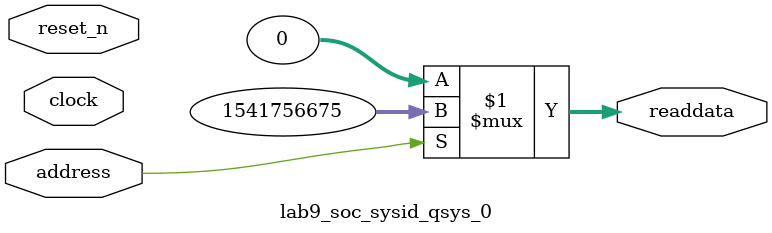
<source format=v>



// synthesis translate_off
`timescale 1ns / 1ps
// synthesis translate_on

// turn off superfluous verilog processor warnings 
// altera message_level Level1 
// altera message_off 10034 10035 10036 10037 10230 10240 10030 

module lab9_soc_sysid_qsys_0 (
               // inputs:
                address,
                clock,
                reset_n,

               // outputs:
                readdata
             )
;

  output  [ 31: 0] readdata;
  input            address;
  input            clock;
  input            reset_n;

  wire    [ 31: 0] readdata;
  //control_slave, which is an e_avalon_slave
  assign readdata = address ? 1541756675 : 0;

endmodule



</source>
